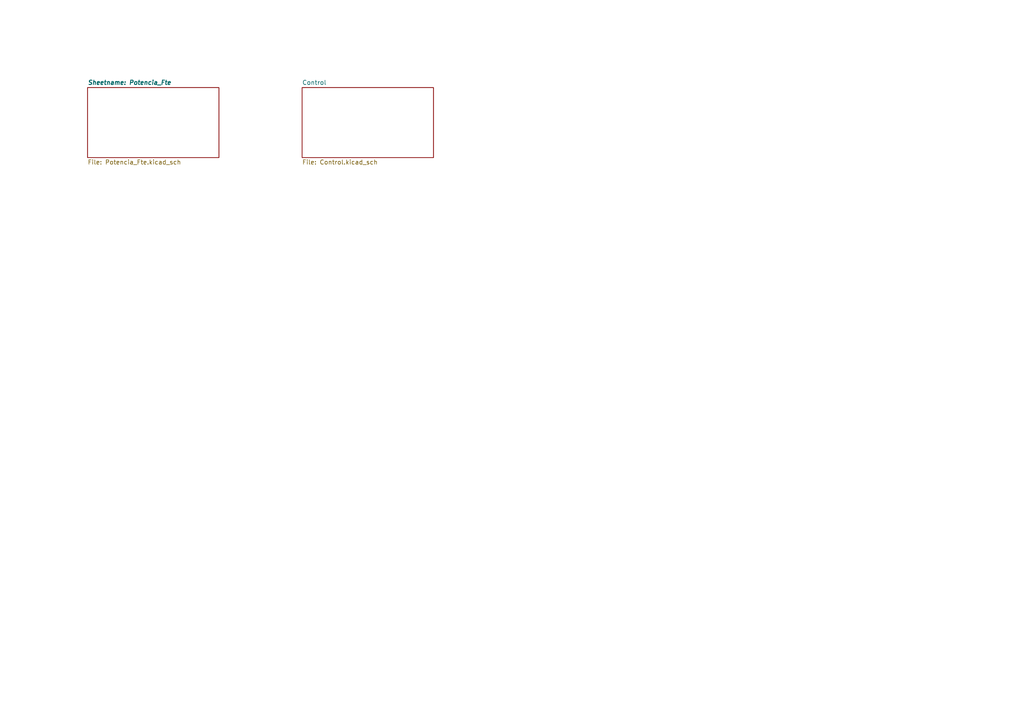
<source format=kicad_sch>
(kicad_sch (version 20230121) (generator eeschema)
  (paper "A4")
  (lib_symbols)
  (sheet (at 25.4 25.4) (size 38.1 20.32) (stroke (width 0.1524))
    (property "Sheetname" "Potencia_Fte" (at 25.4 24.6884 0) (show_name) (effects (font bold italic) (justify left bottom)))
    (property "Sheetfile" "Potencia_Fte.kicad_sch" (at 25.4 46.3046 0) (effects (justify left top)))
  )
  (sheet (at 87.63 25.4) (size 38.1 20.32) (stroke (width 0.1524))
    (property "Sheetname" "Control" (at 87.63 24.6884 0) (effects (justify left bottom)))
    (property "Sheetfile" "Control.kicad_sch" (at 87.63 46.3046 0) (effects (justify left top)))
  )
)
</source>
